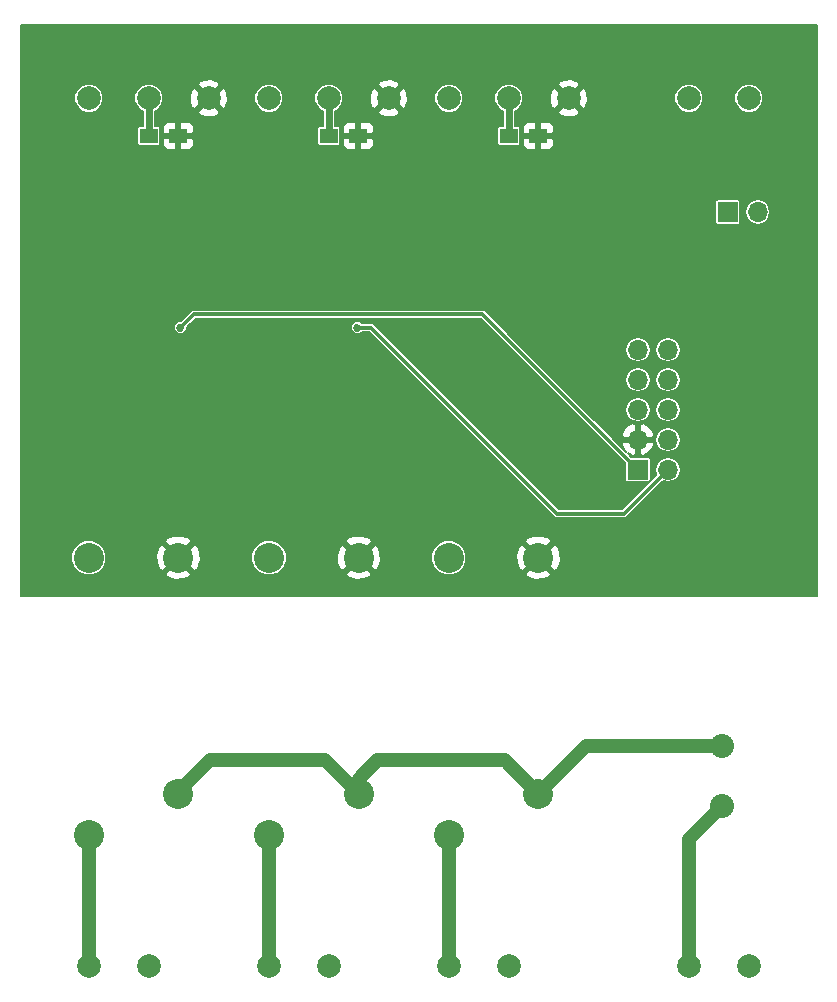
<source format=gbr>
G04 #@! TF.FileFunction,Copper,L2,Bot,Signal*
%FSLAX46Y46*%
G04 Gerber Fmt 4.6, Leading zero omitted, Abs format (unit mm)*
G04 Created by KiCad (PCBNEW 4.0.0-rc1-stable) date 05/10/2017 19:38:19*
%MOMM*%
G01*
G04 APERTURE LIST*
%ADD10C,0.100000*%
%ADD11C,2.540000*%
%ADD12C,2.032000*%
%ADD13C,2.000000*%
%ADD14R,1.700000X1.700000*%
%ADD15O,1.700000X1.700000*%
%ADD16R,1.500000X1.250000*%
%ADD17C,0.685800*%
%ADD18C,0.304800*%
%ADD19C,1.219200*%
%ADD20C,0.609600*%
%ADD21C,0.152400*%
G04 APERTURE END LIST*
D10*
D11*
X51800000Y-105200000D03*
X59400000Y-105200000D03*
X59400000Y-125200000D03*
X51800000Y-128700000D03*
X67060000Y-105200000D03*
X74660000Y-105200000D03*
X74660000Y-125200000D03*
X67060000Y-128700000D03*
X82280000Y-105200000D03*
X89880000Y-105200000D03*
X89880000Y-125200000D03*
X82280000Y-128700000D03*
D12*
X105390000Y-126260000D03*
X105400160Y-121180000D03*
D13*
X61970000Y-66300000D03*
X56890000Y-66300000D03*
X51810000Y-66300000D03*
X77210000Y-66300000D03*
X72130000Y-66300000D03*
X67050000Y-66300000D03*
X92450000Y-66300000D03*
X87370000Y-66300000D03*
X82290000Y-66300000D03*
X107690000Y-66300000D03*
X102610000Y-66300000D03*
X51810000Y-139800000D03*
X56890000Y-139800000D03*
X67050000Y-139800000D03*
X72130000Y-139800000D03*
X82290000Y-139800000D03*
X87370000Y-139800000D03*
X102610000Y-139800000D03*
X107690000Y-139800000D03*
D14*
X105900000Y-75950000D03*
D15*
X108440000Y-75950000D03*
D16*
X59390600Y-69494400D03*
X56890600Y-69494400D03*
X89870600Y-69494400D03*
X87370600Y-69494400D03*
X74630600Y-69494400D03*
X72130600Y-69494400D03*
D14*
X98298000Y-97750000D03*
D15*
X100838000Y-97750000D03*
X98298000Y-95210000D03*
X100838000Y-95210000D03*
X98298000Y-92670000D03*
X100838000Y-92670000D03*
X98298000Y-90130000D03*
X100838000Y-90130000D03*
X98298000Y-87590000D03*
X100838000Y-87590000D03*
D17*
X59563000Y-85725000D03*
X74549000Y-85725000D03*
D18*
X59563000Y-85725000D02*
X60706000Y-84582000D01*
X60706000Y-84582000D02*
X85130000Y-84582000D01*
X85130000Y-84582000D02*
X98298000Y-97750000D01*
X74549000Y-85725000D02*
X75692000Y-85725000D01*
X75692000Y-85725000D02*
X91440000Y-101473000D01*
X91440000Y-101473000D02*
X97115000Y-101473000D01*
X97115000Y-101473000D02*
X100838000Y-97750000D01*
D19*
X105390000Y-126260000D02*
X102610000Y-129040000D01*
X102610000Y-129040000D02*
X102610000Y-139800000D01*
X51800000Y-128700000D02*
X51800000Y-139790000D01*
X51800000Y-139790000D02*
X51810000Y-139800000D01*
X67060000Y-128700000D02*
X67060000Y-139790000D01*
X67060000Y-139790000D02*
X67050000Y-139800000D01*
X66950000Y-139750000D02*
X67250000Y-140050000D01*
X82280000Y-128700000D02*
X82280000Y-139790000D01*
X82280000Y-139790000D02*
X82290000Y-139800000D01*
X81950000Y-139750000D02*
X82250000Y-140050000D01*
D20*
X87370000Y-66300000D02*
X87370600Y-66300600D01*
X87370600Y-66300600D02*
X87370600Y-69494400D01*
X72130000Y-66300000D02*
X72130600Y-66300600D01*
X72130600Y-66300600D02*
X72130600Y-69494400D01*
X56890000Y-66300000D02*
X56890600Y-66300600D01*
X56890600Y-66300600D02*
X56890600Y-69494400D01*
D19*
X87370000Y-66300000D02*
X87320000Y-66350000D01*
X72130000Y-66300000D02*
X72090000Y-66340000D01*
X56890000Y-66300000D02*
X56840000Y-66350000D01*
X89880000Y-125200000D02*
X93900000Y-121180000D01*
X93900000Y-121180000D02*
X105400160Y-121180000D01*
X74660000Y-125200000D02*
X74660000Y-123900000D01*
X87010000Y-122330000D02*
X89880000Y-125200000D01*
X76230000Y-122330000D02*
X87010000Y-122330000D01*
X74660000Y-123900000D02*
X76230000Y-122330000D01*
X59400000Y-125200000D02*
X59400000Y-125030000D01*
X59400000Y-125030000D02*
X62100000Y-122330000D01*
X62100000Y-122330000D02*
X71790000Y-122330000D01*
X71790000Y-122330000D02*
X74660000Y-125200000D01*
D21*
G36*
X113446400Y-108423800D02*
X46053600Y-108423800D01*
X46053600Y-105496782D01*
X50301141Y-105496782D01*
X50528808Y-106047780D01*
X50950003Y-106469710D01*
X51500602Y-106698339D01*
X52096782Y-106698859D01*
X52450197Y-106552831D01*
X58298616Y-106552831D01*
X58437545Y-106827198D01*
X59133509Y-107071650D01*
X59870044Y-107031161D01*
X60362455Y-106827198D01*
X60501384Y-106552831D01*
X59400000Y-105451447D01*
X58298616Y-106552831D01*
X52450197Y-106552831D01*
X52647780Y-106471192D01*
X53069710Y-106049997D01*
X53298339Y-105499398D01*
X53298832Y-104933509D01*
X57528350Y-104933509D01*
X57568839Y-105670044D01*
X57772802Y-106162455D01*
X58047169Y-106301384D01*
X59148553Y-105200000D01*
X59651447Y-105200000D01*
X60752831Y-106301384D01*
X61027198Y-106162455D01*
X61261010Y-105496782D01*
X65561141Y-105496782D01*
X65788808Y-106047780D01*
X66210003Y-106469710D01*
X66760602Y-106698339D01*
X67356782Y-106698859D01*
X67710197Y-106552831D01*
X73558616Y-106552831D01*
X73697545Y-106827198D01*
X74393509Y-107071650D01*
X75130044Y-107031161D01*
X75622455Y-106827198D01*
X75761384Y-106552831D01*
X74660000Y-105451447D01*
X73558616Y-106552831D01*
X67710197Y-106552831D01*
X67907780Y-106471192D01*
X68329710Y-106049997D01*
X68558339Y-105499398D01*
X68558832Y-104933509D01*
X72788350Y-104933509D01*
X72828839Y-105670044D01*
X73032802Y-106162455D01*
X73307169Y-106301384D01*
X74408553Y-105200000D01*
X74911447Y-105200000D01*
X76012831Y-106301384D01*
X76287198Y-106162455D01*
X76521010Y-105496782D01*
X80781141Y-105496782D01*
X81008808Y-106047780D01*
X81430003Y-106469710D01*
X81980602Y-106698339D01*
X82576782Y-106698859D01*
X82930197Y-106552831D01*
X88778616Y-106552831D01*
X88917545Y-106827198D01*
X89613509Y-107071650D01*
X90350044Y-107031161D01*
X90842455Y-106827198D01*
X90981384Y-106552831D01*
X89880000Y-105451447D01*
X88778616Y-106552831D01*
X82930197Y-106552831D01*
X83127780Y-106471192D01*
X83549710Y-106049997D01*
X83778339Y-105499398D01*
X83778832Y-104933509D01*
X88008350Y-104933509D01*
X88048839Y-105670044D01*
X88252802Y-106162455D01*
X88527169Y-106301384D01*
X89628553Y-105200000D01*
X90131447Y-105200000D01*
X91232831Y-106301384D01*
X91507198Y-106162455D01*
X91751650Y-105466491D01*
X91711161Y-104729956D01*
X91507198Y-104237545D01*
X91232831Y-104098616D01*
X90131447Y-105200000D01*
X89628553Y-105200000D01*
X88527169Y-104098616D01*
X88252802Y-104237545D01*
X88008350Y-104933509D01*
X83778832Y-104933509D01*
X83778859Y-104903218D01*
X83551192Y-104352220D01*
X83129997Y-103930290D01*
X82929820Y-103847169D01*
X88778616Y-103847169D01*
X89880000Y-104948553D01*
X90981384Y-103847169D01*
X90842455Y-103572802D01*
X90146491Y-103328350D01*
X89409956Y-103368839D01*
X88917545Y-103572802D01*
X88778616Y-103847169D01*
X82929820Y-103847169D01*
X82579398Y-103701661D01*
X81983218Y-103701141D01*
X81432220Y-103928808D01*
X81010290Y-104350003D01*
X80781661Y-104900602D01*
X80781141Y-105496782D01*
X76521010Y-105496782D01*
X76531650Y-105466491D01*
X76491161Y-104729956D01*
X76287198Y-104237545D01*
X76012831Y-104098616D01*
X74911447Y-105200000D01*
X74408553Y-105200000D01*
X73307169Y-104098616D01*
X73032802Y-104237545D01*
X72788350Y-104933509D01*
X68558832Y-104933509D01*
X68558859Y-104903218D01*
X68331192Y-104352220D01*
X67909997Y-103930290D01*
X67709820Y-103847169D01*
X73558616Y-103847169D01*
X74660000Y-104948553D01*
X75761384Y-103847169D01*
X75622455Y-103572802D01*
X74926491Y-103328350D01*
X74189956Y-103368839D01*
X73697545Y-103572802D01*
X73558616Y-103847169D01*
X67709820Y-103847169D01*
X67359398Y-103701661D01*
X66763218Y-103701141D01*
X66212220Y-103928808D01*
X65790290Y-104350003D01*
X65561661Y-104900602D01*
X65561141Y-105496782D01*
X61261010Y-105496782D01*
X61271650Y-105466491D01*
X61231161Y-104729956D01*
X61027198Y-104237545D01*
X60752831Y-104098616D01*
X59651447Y-105200000D01*
X59148553Y-105200000D01*
X58047169Y-104098616D01*
X57772802Y-104237545D01*
X57528350Y-104933509D01*
X53298832Y-104933509D01*
X53298859Y-104903218D01*
X53071192Y-104352220D01*
X52649997Y-103930290D01*
X52449820Y-103847169D01*
X58298616Y-103847169D01*
X59400000Y-104948553D01*
X60501384Y-103847169D01*
X60362455Y-103572802D01*
X59666491Y-103328350D01*
X58929956Y-103368839D01*
X58437545Y-103572802D01*
X58298616Y-103847169D01*
X52449820Y-103847169D01*
X52099398Y-103701661D01*
X51503218Y-103701141D01*
X50952220Y-103928808D01*
X50530290Y-104350003D01*
X50301661Y-104900602D01*
X50301141Y-105496782D01*
X46053600Y-105496782D01*
X46053600Y-85838180D01*
X58991401Y-85838180D01*
X59078224Y-86048306D01*
X59238849Y-86209211D01*
X59448823Y-86296400D01*
X59676180Y-86296599D01*
X59886306Y-86209776D01*
X60047211Y-86049151D01*
X60134400Y-85839177D01*
X60134529Y-85692287D01*
X60863816Y-84963000D01*
X84972184Y-84963000D01*
X97214922Y-97205738D01*
X97214922Y-98600000D01*
X97230862Y-98684714D01*
X97280928Y-98762518D01*
X97357320Y-98814715D01*
X97448000Y-98833078D01*
X99148000Y-98833078D01*
X99231891Y-98817293D01*
X96957184Y-101092000D01*
X91597816Y-101092000D01*
X75961408Y-85455592D01*
X75837803Y-85373002D01*
X75692000Y-85344000D01*
X74976182Y-85344000D01*
X74873151Y-85240789D01*
X74663177Y-85153600D01*
X74435820Y-85153401D01*
X74225694Y-85240224D01*
X74064789Y-85400849D01*
X73977600Y-85610823D01*
X73977401Y-85838180D01*
X74064224Y-86048306D01*
X74224849Y-86209211D01*
X74434823Y-86296400D01*
X74662180Y-86296599D01*
X74872306Y-86209776D01*
X74976263Y-86106000D01*
X75534184Y-86106000D01*
X91170592Y-101742408D01*
X91294197Y-101824998D01*
X91440000Y-101854000D01*
X97115000Y-101854000D01*
X97260803Y-101824998D01*
X97384408Y-101742408D01*
X100389848Y-98736968D01*
X100404107Y-98746496D01*
X100816869Y-98828600D01*
X100859131Y-98828600D01*
X101271893Y-98746496D01*
X101621816Y-98512685D01*
X101855627Y-98162762D01*
X101937731Y-97750000D01*
X101855627Y-97337238D01*
X101621816Y-96987315D01*
X101271893Y-96753504D01*
X100859131Y-96671400D01*
X100816869Y-96671400D01*
X100404107Y-96753504D01*
X100054184Y-96987315D01*
X99820373Y-97337238D01*
X99738269Y-97750000D01*
X99820373Y-98162762D01*
X99846829Y-98202355D01*
X99363784Y-98685400D01*
X99381078Y-98600000D01*
X99381078Y-96900000D01*
X99365138Y-96815286D01*
X99315072Y-96737482D01*
X99238680Y-96685285D01*
X99148000Y-96666922D01*
X97753738Y-96666922D01*
X97432965Y-96346149D01*
X97899759Y-96587815D01*
X98120200Y-96487100D01*
X98120200Y-95387800D01*
X98475800Y-95387800D01*
X98475800Y-96487100D01*
X98696241Y-96587815D01*
X99193194Y-96330535D01*
X99553862Y-95902663D01*
X99675801Y-95608239D01*
X99573820Y-95387800D01*
X98475800Y-95387800D01*
X98120200Y-95387800D01*
X97022180Y-95387800D01*
X96920199Y-95608239D01*
X97042138Y-95902663D01*
X97324746Y-96237930D01*
X96296816Y-95210000D01*
X99738269Y-95210000D01*
X99820373Y-95622762D01*
X100054184Y-95972685D01*
X100404107Y-96206496D01*
X100816869Y-96288600D01*
X100859131Y-96288600D01*
X101271893Y-96206496D01*
X101621816Y-95972685D01*
X101855627Y-95622762D01*
X101937731Y-95210000D01*
X101855627Y-94797238D01*
X101621816Y-94447315D01*
X101271893Y-94213504D01*
X100859131Y-94131400D01*
X100816869Y-94131400D01*
X100404107Y-94213504D01*
X100054184Y-94447315D01*
X99820373Y-94797238D01*
X99738269Y-95210000D01*
X96296816Y-95210000D01*
X95898577Y-94811761D01*
X96920199Y-94811761D01*
X97022180Y-95032200D01*
X98120200Y-95032200D01*
X98120200Y-93932900D01*
X98475800Y-93932900D01*
X98475800Y-95032200D01*
X99573820Y-95032200D01*
X99675801Y-94811761D01*
X99553862Y-94517337D01*
X99193194Y-94089465D01*
X98696241Y-93832185D01*
X98475800Y-93932900D01*
X98120200Y-93932900D01*
X97899759Y-93832185D01*
X97402806Y-94089465D01*
X97042138Y-94517337D01*
X96920199Y-94811761D01*
X95898577Y-94811761D01*
X93756816Y-92670000D01*
X97198269Y-92670000D01*
X97280373Y-93082762D01*
X97514184Y-93432685D01*
X97864107Y-93666496D01*
X98276869Y-93748600D01*
X98319131Y-93748600D01*
X98731893Y-93666496D01*
X99081816Y-93432685D01*
X99315627Y-93082762D01*
X99397731Y-92670000D01*
X99738269Y-92670000D01*
X99820373Y-93082762D01*
X100054184Y-93432685D01*
X100404107Y-93666496D01*
X100816869Y-93748600D01*
X100859131Y-93748600D01*
X101271893Y-93666496D01*
X101621816Y-93432685D01*
X101855627Y-93082762D01*
X101937731Y-92670000D01*
X101855627Y-92257238D01*
X101621816Y-91907315D01*
X101271893Y-91673504D01*
X100859131Y-91591400D01*
X100816869Y-91591400D01*
X100404107Y-91673504D01*
X100054184Y-91907315D01*
X99820373Y-92257238D01*
X99738269Y-92670000D01*
X99397731Y-92670000D01*
X99315627Y-92257238D01*
X99081816Y-91907315D01*
X98731893Y-91673504D01*
X98319131Y-91591400D01*
X98276869Y-91591400D01*
X97864107Y-91673504D01*
X97514184Y-91907315D01*
X97280373Y-92257238D01*
X97198269Y-92670000D01*
X93756816Y-92670000D01*
X91216816Y-90130000D01*
X97198269Y-90130000D01*
X97280373Y-90542762D01*
X97514184Y-90892685D01*
X97864107Y-91126496D01*
X98276869Y-91208600D01*
X98319131Y-91208600D01*
X98731893Y-91126496D01*
X99081816Y-90892685D01*
X99315627Y-90542762D01*
X99397731Y-90130000D01*
X99738269Y-90130000D01*
X99820373Y-90542762D01*
X100054184Y-90892685D01*
X100404107Y-91126496D01*
X100816869Y-91208600D01*
X100859131Y-91208600D01*
X101271893Y-91126496D01*
X101621816Y-90892685D01*
X101855627Y-90542762D01*
X101937731Y-90130000D01*
X101855627Y-89717238D01*
X101621816Y-89367315D01*
X101271893Y-89133504D01*
X100859131Y-89051400D01*
X100816869Y-89051400D01*
X100404107Y-89133504D01*
X100054184Y-89367315D01*
X99820373Y-89717238D01*
X99738269Y-90130000D01*
X99397731Y-90130000D01*
X99315627Y-89717238D01*
X99081816Y-89367315D01*
X98731893Y-89133504D01*
X98319131Y-89051400D01*
X98276869Y-89051400D01*
X97864107Y-89133504D01*
X97514184Y-89367315D01*
X97280373Y-89717238D01*
X97198269Y-90130000D01*
X91216816Y-90130000D01*
X88676816Y-87590000D01*
X97198269Y-87590000D01*
X97280373Y-88002762D01*
X97514184Y-88352685D01*
X97864107Y-88586496D01*
X98276869Y-88668600D01*
X98319131Y-88668600D01*
X98731893Y-88586496D01*
X99081816Y-88352685D01*
X99315627Y-88002762D01*
X99397731Y-87590000D01*
X99738269Y-87590000D01*
X99820373Y-88002762D01*
X100054184Y-88352685D01*
X100404107Y-88586496D01*
X100816869Y-88668600D01*
X100859131Y-88668600D01*
X101271893Y-88586496D01*
X101621816Y-88352685D01*
X101855627Y-88002762D01*
X101937731Y-87590000D01*
X101855627Y-87177238D01*
X101621816Y-86827315D01*
X101271893Y-86593504D01*
X100859131Y-86511400D01*
X100816869Y-86511400D01*
X100404107Y-86593504D01*
X100054184Y-86827315D01*
X99820373Y-87177238D01*
X99738269Y-87590000D01*
X99397731Y-87590000D01*
X99315627Y-87177238D01*
X99081816Y-86827315D01*
X98731893Y-86593504D01*
X98319131Y-86511400D01*
X98276869Y-86511400D01*
X97864107Y-86593504D01*
X97514184Y-86827315D01*
X97280373Y-87177238D01*
X97198269Y-87590000D01*
X88676816Y-87590000D01*
X85399408Y-84312592D01*
X85275803Y-84230002D01*
X85130000Y-84201000D01*
X60706000Y-84201000D01*
X60560197Y-84230002D01*
X60436592Y-84312592D01*
X59595655Y-85153529D01*
X59449820Y-85153401D01*
X59239694Y-85240224D01*
X59078789Y-85400849D01*
X58991600Y-85610823D01*
X58991401Y-85838180D01*
X46053600Y-85838180D01*
X46053600Y-75100000D01*
X104816922Y-75100000D01*
X104816922Y-76800000D01*
X104832862Y-76884714D01*
X104882928Y-76962518D01*
X104959320Y-77014715D01*
X105050000Y-77033078D01*
X106750000Y-77033078D01*
X106834714Y-77017138D01*
X106912518Y-76967072D01*
X106964715Y-76890680D01*
X106983078Y-76800000D01*
X106983078Y-75928869D01*
X107361400Y-75928869D01*
X107361400Y-75971131D01*
X107443504Y-76383893D01*
X107677315Y-76733816D01*
X108027238Y-76967627D01*
X108440000Y-77049731D01*
X108852762Y-76967627D01*
X109202685Y-76733816D01*
X109436496Y-76383893D01*
X109518600Y-75971131D01*
X109518600Y-75928869D01*
X109436496Y-75516107D01*
X109202685Y-75166184D01*
X108852762Y-74932373D01*
X108440000Y-74850269D01*
X108027238Y-74932373D01*
X107677315Y-75166184D01*
X107443504Y-75516107D01*
X107361400Y-75928869D01*
X106983078Y-75928869D01*
X106983078Y-75100000D01*
X106967138Y-75015286D01*
X106917072Y-74937482D01*
X106840680Y-74885285D01*
X106750000Y-74866922D01*
X105050000Y-74866922D01*
X104965286Y-74882862D01*
X104887482Y-74932928D01*
X104835285Y-75009320D01*
X104816922Y-75100000D01*
X46053600Y-75100000D01*
X46053600Y-66543312D01*
X50581187Y-66543312D01*
X50767836Y-66995037D01*
X51113145Y-67340949D01*
X51564544Y-67528387D01*
X52053312Y-67528813D01*
X52505037Y-67342164D01*
X52850949Y-66996855D01*
X53038387Y-66545456D01*
X53038388Y-66543312D01*
X55661187Y-66543312D01*
X55847836Y-66995037D01*
X56193145Y-67340949D01*
X56357200Y-67409071D01*
X56357200Y-68636322D01*
X56140600Y-68636322D01*
X56055886Y-68652262D01*
X55978082Y-68702328D01*
X55925885Y-68778720D01*
X55907522Y-68869400D01*
X55907522Y-70119400D01*
X55923462Y-70204114D01*
X55973528Y-70281918D01*
X56049920Y-70334115D01*
X56140600Y-70352478D01*
X57640600Y-70352478D01*
X57725314Y-70336538D01*
X57803118Y-70286472D01*
X57855315Y-70210080D01*
X57873678Y-70119400D01*
X57873678Y-69818250D01*
X58056400Y-69818250D01*
X58056400Y-70235604D01*
X58145339Y-70450322D01*
X58309677Y-70614661D01*
X58524395Y-70703600D01*
X59066750Y-70703600D01*
X59212800Y-70557550D01*
X59212800Y-69672200D01*
X59568400Y-69672200D01*
X59568400Y-70557550D01*
X59714450Y-70703600D01*
X60256805Y-70703600D01*
X60471523Y-70614661D01*
X60635861Y-70450322D01*
X60724800Y-70235604D01*
X60724800Y-69818250D01*
X60578750Y-69672200D01*
X59568400Y-69672200D01*
X59212800Y-69672200D01*
X58202450Y-69672200D01*
X58056400Y-69818250D01*
X57873678Y-69818250D01*
X57873678Y-68869400D01*
X57857738Y-68784686D01*
X57837475Y-68753196D01*
X58056400Y-68753196D01*
X58056400Y-69170550D01*
X58202450Y-69316600D01*
X59212800Y-69316600D01*
X59212800Y-68431250D01*
X59568400Y-68431250D01*
X59568400Y-69316600D01*
X60578750Y-69316600D01*
X60724800Y-69170550D01*
X60724800Y-68753196D01*
X60635861Y-68538478D01*
X60471523Y-68374139D01*
X60256805Y-68285200D01*
X59714450Y-68285200D01*
X59568400Y-68431250D01*
X59212800Y-68431250D01*
X59066750Y-68285200D01*
X58524395Y-68285200D01*
X58309677Y-68374139D01*
X58145339Y-68538478D01*
X58056400Y-68753196D01*
X57837475Y-68753196D01*
X57807672Y-68706882D01*
X57731280Y-68654685D01*
X57640600Y-68636322D01*
X57424000Y-68636322D01*
X57424000Y-67456960D01*
X61064488Y-67456960D01*
X61170201Y-67703321D01*
X61768109Y-67902569D01*
X62396753Y-67857841D01*
X62769799Y-67703321D01*
X62875512Y-67456960D01*
X61970000Y-66551447D01*
X61064488Y-67456960D01*
X57424000Y-67456960D01*
X57424000Y-67408703D01*
X57585037Y-67342164D01*
X57930949Y-66996855D01*
X58118387Y-66545456D01*
X58118776Y-66098109D01*
X60367431Y-66098109D01*
X60412159Y-66726753D01*
X60566679Y-67099799D01*
X60813040Y-67205512D01*
X61718553Y-66300000D01*
X62221447Y-66300000D01*
X63126960Y-67205512D01*
X63373321Y-67099799D01*
X63558765Y-66543312D01*
X65821187Y-66543312D01*
X66007836Y-66995037D01*
X66353145Y-67340949D01*
X66804544Y-67528387D01*
X67293312Y-67528813D01*
X67745037Y-67342164D01*
X68090949Y-66996855D01*
X68278387Y-66545456D01*
X68278388Y-66543312D01*
X70901187Y-66543312D01*
X71087836Y-66995037D01*
X71433145Y-67340949D01*
X71597200Y-67409071D01*
X71597200Y-68636322D01*
X71380600Y-68636322D01*
X71295886Y-68652262D01*
X71218082Y-68702328D01*
X71165885Y-68778720D01*
X71147522Y-68869400D01*
X71147522Y-70119400D01*
X71163462Y-70204114D01*
X71213528Y-70281918D01*
X71289920Y-70334115D01*
X71380600Y-70352478D01*
X72880600Y-70352478D01*
X72965314Y-70336538D01*
X73043118Y-70286472D01*
X73095315Y-70210080D01*
X73113678Y-70119400D01*
X73113678Y-69818250D01*
X73296400Y-69818250D01*
X73296400Y-70235604D01*
X73385339Y-70450322D01*
X73549677Y-70614661D01*
X73764395Y-70703600D01*
X74306750Y-70703600D01*
X74452800Y-70557550D01*
X74452800Y-69672200D01*
X74808400Y-69672200D01*
X74808400Y-70557550D01*
X74954450Y-70703600D01*
X75496805Y-70703600D01*
X75711523Y-70614661D01*
X75875861Y-70450322D01*
X75964800Y-70235604D01*
X75964800Y-69818250D01*
X75818750Y-69672200D01*
X74808400Y-69672200D01*
X74452800Y-69672200D01*
X73442450Y-69672200D01*
X73296400Y-69818250D01*
X73113678Y-69818250D01*
X73113678Y-68869400D01*
X73097738Y-68784686D01*
X73077475Y-68753196D01*
X73296400Y-68753196D01*
X73296400Y-69170550D01*
X73442450Y-69316600D01*
X74452800Y-69316600D01*
X74452800Y-68431250D01*
X74808400Y-68431250D01*
X74808400Y-69316600D01*
X75818750Y-69316600D01*
X75964800Y-69170550D01*
X75964800Y-68753196D01*
X75875861Y-68538478D01*
X75711523Y-68374139D01*
X75496805Y-68285200D01*
X74954450Y-68285200D01*
X74808400Y-68431250D01*
X74452800Y-68431250D01*
X74306750Y-68285200D01*
X73764395Y-68285200D01*
X73549677Y-68374139D01*
X73385339Y-68538478D01*
X73296400Y-68753196D01*
X73077475Y-68753196D01*
X73047672Y-68706882D01*
X72971280Y-68654685D01*
X72880600Y-68636322D01*
X72664000Y-68636322D01*
X72664000Y-67456960D01*
X76304488Y-67456960D01*
X76410201Y-67703321D01*
X77008109Y-67902569D01*
X77636753Y-67857841D01*
X78009799Y-67703321D01*
X78115512Y-67456960D01*
X77210000Y-66551447D01*
X76304488Y-67456960D01*
X72664000Y-67456960D01*
X72664000Y-67408703D01*
X72825037Y-67342164D01*
X73170949Y-66996855D01*
X73358387Y-66545456D01*
X73358776Y-66098109D01*
X75607431Y-66098109D01*
X75652159Y-66726753D01*
X75806679Y-67099799D01*
X76053040Y-67205512D01*
X76958553Y-66300000D01*
X77461447Y-66300000D01*
X78366960Y-67205512D01*
X78613321Y-67099799D01*
X78798765Y-66543312D01*
X81061187Y-66543312D01*
X81247836Y-66995037D01*
X81593145Y-67340949D01*
X82044544Y-67528387D01*
X82533312Y-67528813D01*
X82985037Y-67342164D01*
X83330949Y-66996855D01*
X83518387Y-66545456D01*
X83518388Y-66543312D01*
X86141187Y-66543312D01*
X86327836Y-66995037D01*
X86673145Y-67340949D01*
X86837200Y-67409071D01*
X86837200Y-68636322D01*
X86620600Y-68636322D01*
X86535886Y-68652262D01*
X86458082Y-68702328D01*
X86405885Y-68778720D01*
X86387522Y-68869400D01*
X86387522Y-70119400D01*
X86403462Y-70204114D01*
X86453528Y-70281918D01*
X86529920Y-70334115D01*
X86620600Y-70352478D01*
X88120600Y-70352478D01*
X88205314Y-70336538D01*
X88283118Y-70286472D01*
X88335315Y-70210080D01*
X88353678Y-70119400D01*
X88353678Y-69818250D01*
X88536400Y-69818250D01*
X88536400Y-70235604D01*
X88625339Y-70450322D01*
X88789677Y-70614661D01*
X89004395Y-70703600D01*
X89546750Y-70703600D01*
X89692800Y-70557550D01*
X89692800Y-69672200D01*
X90048400Y-69672200D01*
X90048400Y-70557550D01*
X90194450Y-70703600D01*
X90736805Y-70703600D01*
X90951523Y-70614661D01*
X91115861Y-70450322D01*
X91204800Y-70235604D01*
X91204800Y-69818250D01*
X91058750Y-69672200D01*
X90048400Y-69672200D01*
X89692800Y-69672200D01*
X88682450Y-69672200D01*
X88536400Y-69818250D01*
X88353678Y-69818250D01*
X88353678Y-68869400D01*
X88337738Y-68784686D01*
X88317475Y-68753196D01*
X88536400Y-68753196D01*
X88536400Y-69170550D01*
X88682450Y-69316600D01*
X89692800Y-69316600D01*
X89692800Y-68431250D01*
X90048400Y-68431250D01*
X90048400Y-69316600D01*
X91058750Y-69316600D01*
X91204800Y-69170550D01*
X91204800Y-68753196D01*
X91115861Y-68538478D01*
X90951523Y-68374139D01*
X90736805Y-68285200D01*
X90194450Y-68285200D01*
X90048400Y-68431250D01*
X89692800Y-68431250D01*
X89546750Y-68285200D01*
X89004395Y-68285200D01*
X88789677Y-68374139D01*
X88625339Y-68538478D01*
X88536400Y-68753196D01*
X88317475Y-68753196D01*
X88287672Y-68706882D01*
X88211280Y-68654685D01*
X88120600Y-68636322D01*
X87904000Y-68636322D01*
X87904000Y-67456960D01*
X91544488Y-67456960D01*
X91650201Y-67703321D01*
X92248109Y-67902569D01*
X92876753Y-67857841D01*
X93249799Y-67703321D01*
X93355512Y-67456960D01*
X92450000Y-66551447D01*
X91544488Y-67456960D01*
X87904000Y-67456960D01*
X87904000Y-67408703D01*
X88065037Y-67342164D01*
X88410949Y-66996855D01*
X88598387Y-66545456D01*
X88598776Y-66098109D01*
X90847431Y-66098109D01*
X90892159Y-66726753D01*
X91046679Y-67099799D01*
X91293040Y-67205512D01*
X92198553Y-66300000D01*
X92701447Y-66300000D01*
X93606960Y-67205512D01*
X93853321Y-67099799D01*
X94038765Y-66543312D01*
X101381187Y-66543312D01*
X101567836Y-66995037D01*
X101913145Y-67340949D01*
X102364544Y-67528387D01*
X102853312Y-67528813D01*
X103305037Y-67342164D01*
X103650949Y-66996855D01*
X103838387Y-66545456D01*
X103838388Y-66543312D01*
X106461187Y-66543312D01*
X106647836Y-66995037D01*
X106993145Y-67340949D01*
X107444544Y-67528387D01*
X107933312Y-67528813D01*
X108385037Y-67342164D01*
X108730949Y-66996855D01*
X108918387Y-66545456D01*
X108918813Y-66056688D01*
X108732164Y-65604963D01*
X108386855Y-65259051D01*
X107935456Y-65071613D01*
X107446688Y-65071187D01*
X106994963Y-65257836D01*
X106649051Y-65603145D01*
X106461613Y-66054544D01*
X106461187Y-66543312D01*
X103838388Y-66543312D01*
X103838813Y-66056688D01*
X103652164Y-65604963D01*
X103306855Y-65259051D01*
X102855456Y-65071613D01*
X102366688Y-65071187D01*
X101914963Y-65257836D01*
X101569051Y-65603145D01*
X101381613Y-66054544D01*
X101381187Y-66543312D01*
X94038765Y-66543312D01*
X94052569Y-66501891D01*
X94007841Y-65873247D01*
X93853321Y-65500201D01*
X93606960Y-65394488D01*
X92701447Y-66300000D01*
X92198553Y-66300000D01*
X91293040Y-65394488D01*
X91046679Y-65500201D01*
X90847431Y-66098109D01*
X88598776Y-66098109D01*
X88598813Y-66056688D01*
X88412164Y-65604963D01*
X88066855Y-65259051D01*
X87787471Y-65143040D01*
X91544488Y-65143040D01*
X92450000Y-66048553D01*
X93355512Y-65143040D01*
X93249799Y-64896679D01*
X92651891Y-64697431D01*
X92023247Y-64742159D01*
X91650201Y-64896679D01*
X91544488Y-65143040D01*
X87787471Y-65143040D01*
X87615456Y-65071613D01*
X87126688Y-65071187D01*
X86674963Y-65257836D01*
X86329051Y-65603145D01*
X86141613Y-66054544D01*
X86141187Y-66543312D01*
X83518388Y-66543312D01*
X83518813Y-66056688D01*
X83332164Y-65604963D01*
X82986855Y-65259051D01*
X82535456Y-65071613D01*
X82046688Y-65071187D01*
X81594963Y-65257836D01*
X81249051Y-65603145D01*
X81061613Y-66054544D01*
X81061187Y-66543312D01*
X78798765Y-66543312D01*
X78812569Y-66501891D01*
X78767841Y-65873247D01*
X78613321Y-65500201D01*
X78366960Y-65394488D01*
X77461447Y-66300000D01*
X76958553Y-66300000D01*
X76053040Y-65394488D01*
X75806679Y-65500201D01*
X75607431Y-66098109D01*
X73358776Y-66098109D01*
X73358813Y-66056688D01*
X73172164Y-65604963D01*
X72826855Y-65259051D01*
X72547471Y-65143040D01*
X76304488Y-65143040D01*
X77210000Y-66048553D01*
X78115512Y-65143040D01*
X78009799Y-64896679D01*
X77411891Y-64697431D01*
X76783247Y-64742159D01*
X76410201Y-64896679D01*
X76304488Y-65143040D01*
X72547471Y-65143040D01*
X72375456Y-65071613D01*
X71886688Y-65071187D01*
X71434963Y-65257836D01*
X71089051Y-65603145D01*
X70901613Y-66054544D01*
X70901187Y-66543312D01*
X68278388Y-66543312D01*
X68278813Y-66056688D01*
X68092164Y-65604963D01*
X67746855Y-65259051D01*
X67295456Y-65071613D01*
X66806688Y-65071187D01*
X66354963Y-65257836D01*
X66009051Y-65603145D01*
X65821613Y-66054544D01*
X65821187Y-66543312D01*
X63558765Y-66543312D01*
X63572569Y-66501891D01*
X63527841Y-65873247D01*
X63373321Y-65500201D01*
X63126960Y-65394488D01*
X62221447Y-66300000D01*
X61718553Y-66300000D01*
X60813040Y-65394488D01*
X60566679Y-65500201D01*
X60367431Y-66098109D01*
X58118776Y-66098109D01*
X58118813Y-66056688D01*
X57932164Y-65604963D01*
X57586855Y-65259051D01*
X57307471Y-65143040D01*
X61064488Y-65143040D01*
X61970000Y-66048553D01*
X62875512Y-65143040D01*
X62769799Y-64896679D01*
X62171891Y-64697431D01*
X61543247Y-64742159D01*
X61170201Y-64896679D01*
X61064488Y-65143040D01*
X57307471Y-65143040D01*
X57135456Y-65071613D01*
X56646688Y-65071187D01*
X56194963Y-65257836D01*
X55849051Y-65603145D01*
X55661613Y-66054544D01*
X55661187Y-66543312D01*
X53038388Y-66543312D01*
X53038813Y-66056688D01*
X52852164Y-65604963D01*
X52506855Y-65259051D01*
X52055456Y-65071613D01*
X51566688Y-65071187D01*
X51114963Y-65257836D01*
X50769051Y-65603145D01*
X50581613Y-66054544D01*
X50581187Y-66543312D01*
X46053600Y-66543312D01*
X46053600Y-60103600D01*
X113446400Y-60103600D01*
X113446400Y-108423800D01*
X113446400Y-108423800D01*
G37*
X113446400Y-108423800D02*
X46053600Y-108423800D01*
X46053600Y-105496782D01*
X50301141Y-105496782D01*
X50528808Y-106047780D01*
X50950003Y-106469710D01*
X51500602Y-106698339D01*
X52096782Y-106698859D01*
X52450197Y-106552831D01*
X58298616Y-106552831D01*
X58437545Y-106827198D01*
X59133509Y-107071650D01*
X59870044Y-107031161D01*
X60362455Y-106827198D01*
X60501384Y-106552831D01*
X59400000Y-105451447D01*
X58298616Y-106552831D01*
X52450197Y-106552831D01*
X52647780Y-106471192D01*
X53069710Y-106049997D01*
X53298339Y-105499398D01*
X53298832Y-104933509D01*
X57528350Y-104933509D01*
X57568839Y-105670044D01*
X57772802Y-106162455D01*
X58047169Y-106301384D01*
X59148553Y-105200000D01*
X59651447Y-105200000D01*
X60752831Y-106301384D01*
X61027198Y-106162455D01*
X61261010Y-105496782D01*
X65561141Y-105496782D01*
X65788808Y-106047780D01*
X66210003Y-106469710D01*
X66760602Y-106698339D01*
X67356782Y-106698859D01*
X67710197Y-106552831D01*
X73558616Y-106552831D01*
X73697545Y-106827198D01*
X74393509Y-107071650D01*
X75130044Y-107031161D01*
X75622455Y-106827198D01*
X75761384Y-106552831D01*
X74660000Y-105451447D01*
X73558616Y-106552831D01*
X67710197Y-106552831D01*
X67907780Y-106471192D01*
X68329710Y-106049997D01*
X68558339Y-105499398D01*
X68558832Y-104933509D01*
X72788350Y-104933509D01*
X72828839Y-105670044D01*
X73032802Y-106162455D01*
X73307169Y-106301384D01*
X74408553Y-105200000D01*
X74911447Y-105200000D01*
X76012831Y-106301384D01*
X76287198Y-106162455D01*
X76521010Y-105496782D01*
X80781141Y-105496782D01*
X81008808Y-106047780D01*
X81430003Y-106469710D01*
X81980602Y-106698339D01*
X82576782Y-106698859D01*
X82930197Y-106552831D01*
X88778616Y-106552831D01*
X88917545Y-106827198D01*
X89613509Y-107071650D01*
X90350044Y-107031161D01*
X90842455Y-106827198D01*
X90981384Y-106552831D01*
X89880000Y-105451447D01*
X88778616Y-106552831D01*
X82930197Y-106552831D01*
X83127780Y-106471192D01*
X83549710Y-106049997D01*
X83778339Y-105499398D01*
X83778832Y-104933509D01*
X88008350Y-104933509D01*
X88048839Y-105670044D01*
X88252802Y-106162455D01*
X88527169Y-106301384D01*
X89628553Y-105200000D01*
X90131447Y-105200000D01*
X91232831Y-106301384D01*
X91507198Y-106162455D01*
X91751650Y-105466491D01*
X91711161Y-104729956D01*
X91507198Y-104237545D01*
X91232831Y-104098616D01*
X90131447Y-105200000D01*
X89628553Y-105200000D01*
X88527169Y-104098616D01*
X88252802Y-104237545D01*
X88008350Y-104933509D01*
X83778832Y-104933509D01*
X83778859Y-104903218D01*
X83551192Y-104352220D01*
X83129997Y-103930290D01*
X82929820Y-103847169D01*
X88778616Y-103847169D01*
X89880000Y-104948553D01*
X90981384Y-103847169D01*
X90842455Y-103572802D01*
X90146491Y-103328350D01*
X89409956Y-103368839D01*
X88917545Y-103572802D01*
X88778616Y-103847169D01*
X82929820Y-103847169D01*
X82579398Y-103701661D01*
X81983218Y-103701141D01*
X81432220Y-103928808D01*
X81010290Y-104350003D01*
X80781661Y-104900602D01*
X80781141Y-105496782D01*
X76521010Y-105496782D01*
X76531650Y-105466491D01*
X76491161Y-104729956D01*
X76287198Y-104237545D01*
X76012831Y-104098616D01*
X74911447Y-105200000D01*
X74408553Y-105200000D01*
X73307169Y-104098616D01*
X73032802Y-104237545D01*
X72788350Y-104933509D01*
X68558832Y-104933509D01*
X68558859Y-104903218D01*
X68331192Y-104352220D01*
X67909997Y-103930290D01*
X67709820Y-103847169D01*
X73558616Y-103847169D01*
X74660000Y-104948553D01*
X75761384Y-103847169D01*
X75622455Y-103572802D01*
X74926491Y-103328350D01*
X74189956Y-103368839D01*
X73697545Y-103572802D01*
X73558616Y-103847169D01*
X67709820Y-103847169D01*
X67359398Y-103701661D01*
X66763218Y-103701141D01*
X66212220Y-103928808D01*
X65790290Y-104350003D01*
X65561661Y-104900602D01*
X65561141Y-105496782D01*
X61261010Y-105496782D01*
X61271650Y-105466491D01*
X61231161Y-104729956D01*
X61027198Y-104237545D01*
X60752831Y-104098616D01*
X59651447Y-105200000D01*
X59148553Y-105200000D01*
X58047169Y-104098616D01*
X57772802Y-104237545D01*
X57528350Y-104933509D01*
X53298832Y-104933509D01*
X53298859Y-104903218D01*
X53071192Y-104352220D01*
X52649997Y-103930290D01*
X52449820Y-103847169D01*
X58298616Y-103847169D01*
X59400000Y-104948553D01*
X60501384Y-103847169D01*
X60362455Y-103572802D01*
X59666491Y-103328350D01*
X58929956Y-103368839D01*
X58437545Y-103572802D01*
X58298616Y-103847169D01*
X52449820Y-103847169D01*
X52099398Y-103701661D01*
X51503218Y-103701141D01*
X50952220Y-103928808D01*
X50530290Y-104350003D01*
X50301661Y-104900602D01*
X50301141Y-105496782D01*
X46053600Y-105496782D01*
X46053600Y-85838180D01*
X58991401Y-85838180D01*
X59078224Y-86048306D01*
X59238849Y-86209211D01*
X59448823Y-86296400D01*
X59676180Y-86296599D01*
X59886306Y-86209776D01*
X60047211Y-86049151D01*
X60134400Y-85839177D01*
X60134529Y-85692287D01*
X60863816Y-84963000D01*
X84972184Y-84963000D01*
X97214922Y-97205738D01*
X97214922Y-98600000D01*
X97230862Y-98684714D01*
X97280928Y-98762518D01*
X97357320Y-98814715D01*
X97448000Y-98833078D01*
X99148000Y-98833078D01*
X99231891Y-98817293D01*
X96957184Y-101092000D01*
X91597816Y-101092000D01*
X75961408Y-85455592D01*
X75837803Y-85373002D01*
X75692000Y-85344000D01*
X74976182Y-85344000D01*
X74873151Y-85240789D01*
X74663177Y-85153600D01*
X74435820Y-85153401D01*
X74225694Y-85240224D01*
X74064789Y-85400849D01*
X73977600Y-85610823D01*
X73977401Y-85838180D01*
X74064224Y-86048306D01*
X74224849Y-86209211D01*
X74434823Y-86296400D01*
X74662180Y-86296599D01*
X74872306Y-86209776D01*
X74976263Y-86106000D01*
X75534184Y-86106000D01*
X91170592Y-101742408D01*
X91294197Y-101824998D01*
X91440000Y-101854000D01*
X97115000Y-101854000D01*
X97260803Y-101824998D01*
X97384408Y-101742408D01*
X100389848Y-98736968D01*
X100404107Y-98746496D01*
X100816869Y-98828600D01*
X100859131Y-98828600D01*
X101271893Y-98746496D01*
X101621816Y-98512685D01*
X101855627Y-98162762D01*
X101937731Y-97750000D01*
X101855627Y-97337238D01*
X101621816Y-96987315D01*
X101271893Y-96753504D01*
X100859131Y-96671400D01*
X100816869Y-96671400D01*
X100404107Y-96753504D01*
X100054184Y-96987315D01*
X99820373Y-97337238D01*
X99738269Y-97750000D01*
X99820373Y-98162762D01*
X99846829Y-98202355D01*
X99363784Y-98685400D01*
X99381078Y-98600000D01*
X99381078Y-96900000D01*
X99365138Y-96815286D01*
X99315072Y-96737482D01*
X99238680Y-96685285D01*
X99148000Y-96666922D01*
X97753738Y-96666922D01*
X97432965Y-96346149D01*
X97899759Y-96587815D01*
X98120200Y-96487100D01*
X98120200Y-95387800D01*
X98475800Y-95387800D01*
X98475800Y-96487100D01*
X98696241Y-96587815D01*
X99193194Y-96330535D01*
X99553862Y-95902663D01*
X99675801Y-95608239D01*
X99573820Y-95387800D01*
X98475800Y-95387800D01*
X98120200Y-95387800D01*
X97022180Y-95387800D01*
X96920199Y-95608239D01*
X97042138Y-95902663D01*
X97324746Y-96237930D01*
X96296816Y-95210000D01*
X99738269Y-95210000D01*
X99820373Y-95622762D01*
X100054184Y-95972685D01*
X100404107Y-96206496D01*
X100816869Y-96288600D01*
X100859131Y-96288600D01*
X101271893Y-96206496D01*
X101621816Y-95972685D01*
X101855627Y-95622762D01*
X101937731Y-95210000D01*
X101855627Y-94797238D01*
X101621816Y-94447315D01*
X101271893Y-94213504D01*
X100859131Y-94131400D01*
X100816869Y-94131400D01*
X100404107Y-94213504D01*
X100054184Y-94447315D01*
X99820373Y-94797238D01*
X99738269Y-95210000D01*
X96296816Y-95210000D01*
X95898577Y-94811761D01*
X96920199Y-94811761D01*
X97022180Y-95032200D01*
X98120200Y-95032200D01*
X98120200Y-93932900D01*
X98475800Y-93932900D01*
X98475800Y-95032200D01*
X99573820Y-95032200D01*
X99675801Y-94811761D01*
X99553862Y-94517337D01*
X99193194Y-94089465D01*
X98696241Y-93832185D01*
X98475800Y-93932900D01*
X98120200Y-93932900D01*
X97899759Y-93832185D01*
X97402806Y-94089465D01*
X97042138Y-94517337D01*
X96920199Y-94811761D01*
X95898577Y-94811761D01*
X93756816Y-92670000D01*
X97198269Y-92670000D01*
X97280373Y-93082762D01*
X97514184Y-93432685D01*
X97864107Y-93666496D01*
X98276869Y-93748600D01*
X98319131Y-93748600D01*
X98731893Y-93666496D01*
X99081816Y-93432685D01*
X99315627Y-93082762D01*
X99397731Y-92670000D01*
X99738269Y-92670000D01*
X99820373Y-93082762D01*
X100054184Y-93432685D01*
X100404107Y-93666496D01*
X100816869Y-93748600D01*
X100859131Y-93748600D01*
X101271893Y-93666496D01*
X101621816Y-93432685D01*
X101855627Y-93082762D01*
X101937731Y-92670000D01*
X101855627Y-92257238D01*
X101621816Y-91907315D01*
X101271893Y-91673504D01*
X100859131Y-91591400D01*
X100816869Y-91591400D01*
X100404107Y-91673504D01*
X100054184Y-91907315D01*
X99820373Y-92257238D01*
X99738269Y-92670000D01*
X99397731Y-92670000D01*
X99315627Y-92257238D01*
X99081816Y-91907315D01*
X98731893Y-91673504D01*
X98319131Y-91591400D01*
X98276869Y-91591400D01*
X97864107Y-91673504D01*
X97514184Y-91907315D01*
X97280373Y-92257238D01*
X97198269Y-92670000D01*
X93756816Y-92670000D01*
X91216816Y-90130000D01*
X97198269Y-90130000D01*
X97280373Y-90542762D01*
X97514184Y-90892685D01*
X97864107Y-91126496D01*
X98276869Y-91208600D01*
X98319131Y-91208600D01*
X98731893Y-91126496D01*
X99081816Y-90892685D01*
X99315627Y-90542762D01*
X99397731Y-90130000D01*
X99738269Y-90130000D01*
X99820373Y-90542762D01*
X100054184Y-90892685D01*
X100404107Y-91126496D01*
X100816869Y-91208600D01*
X100859131Y-91208600D01*
X101271893Y-91126496D01*
X101621816Y-90892685D01*
X101855627Y-90542762D01*
X101937731Y-90130000D01*
X101855627Y-89717238D01*
X101621816Y-89367315D01*
X101271893Y-89133504D01*
X100859131Y-89051400D01*
X100816869Y-89051400D01*
X100404107Y-89133504D01*
X100054184Y-89367315D01*
X99820373Y-89717238D01*
X99738269Y-90130000D01*
X99397731Y-90130000D01*
X99315627Y-89717238D01*
X99081816Y-89367315D01*
X98731893Y-89133504D01*
X98319131Y-89051400D01*
X98276869Y-89051400D01*
X97864107Y-89133504D01*
X97514184Y-89367315D01*
X97280373Y-89717238D01*
X97198269Y-90130000D01*
X91216816Y-90130000D01*
X88676816Y-87590000D01*
X97198269Y-87590000D01*
X97280373Y-88002762D01*
X97514184Y-88352685D01*
X97864107Y-88586496D01*
X98276869Y-88668600D01*
X98319131Y-88668600D01*
X98731893Y-88586496D01*
X99081816Y-88352685D01*
X99315627Y-88002762D01*
X99397731Y-87590000D01*
X99738269Y-87590000D01*
X99820373Y-88002762D01*
X100054184Y-88352685D01*
X100404107Y-88586496D01*
X100816869Y-88668600D01*
X100859131Y-88668600D01*
X101271893Y-88586496D01*
X101621816Y-88352685D01*
X101855627Y-88002762D01*
X101937731Y-87590000D01*
X101855627Y-87177238D01*
X101621816Y-86827315D01*
X101271893Y-86593504D01*
X100859131Y-86511400D01*
X100816869Y-86511400D01*
X100404107Y-86593504D01*
X100054184Y-86827315D01*
X99820373Y-87177238D01*
X99738269Y-87590000D01*
X99397731Y-87590000D01*
X99315627Y-87177238D01*
X99081816Y-86827315D01*
X98731893Y-86593504D01*
X98319131Y-86511400D01*
X98276869Y-86511400D01*
X97864107Y-86593504D01*
X97514184Y-86827315D01*
X97280373Y-87177238D01*
X97198269Y-87590000D01*
X88676816Y-87590000D01*
X85399408Y-84312592D01*
X85275803Y-84230002D01*
X85130000Y-84201000D01*
X60706000Y-84201000D01*
X60560197Y-84230002D01*
X60436592Y-84312592D01*
X59595655Y-85153529D01*
X59449820Y-85153401D01*
X59239694Y-85240224D01*
X59078789Y-85400849D01*
X58991600Y-85610823D01*
X58991401Y-85838180D01*
X46053600Y-85838180D01*
X46053600Y-75100000D01*
X104816922Y-75100000D01*
X104816922Y-76800000D01*
X104832862Y-76884714D01*
X104882928Y-76962518D01*
X104959320Y-77014715D01*
X105050000Y-77033078D01*
X106750000Y-77033078D01*
X106834714Y-77017138D01*
X106912518Y-76967072D01*
X106964715Y-76890680D01*
X106983078Y-76800000D01*
X106983078Y-75928869D01*
X107361400Y-75928869D01*
X107361400Y-75971131D01*
X107443504Y-76383893D01*
X107677315Y-76733816D01*
X108027238Y-76967627D01*
X108440000Y-77049731D01*
X108852762Y-76967627D01*
X109202685Y-76733816D01*
X109436496Y-76383893D01*
X109518600Y-75971131D01*
X109518600Y-75928869D01*
X109436496Y-75516107D01*
X109202685Y-75166184D01*
X108852762Y-74932373D01*
X108440000Y-74850269D01*
X108027238Y-74932373D01*
X107677315Y-75166184D01*
X107443504Y-75516107D01*
X107361400Y-75928869D01*
X106983078Y-75928869D01*
X106983078Y-75100000D01*
X106967138Y-75015286D01*
X106917072Y-74937482D01*
X106840680Y-74885285D01*
X106750000Y-74866922D01*
X105050000Y-74866922D01*
X104965286Y-74882862D01*
X104887482Y-74932928D01*
X104835285Y-75009320D01*
X104816922Y-75100000D01*
X46053600Y-75100000D01*
X46053600Y-66543312D01*
X50581187Y-66543312D01*
X50767836Y-66995037D01*
X51113145Y-67340949D01*
X51564544Y-67528387D01*
X52053312Y-67528813D01*
X52505037Y-67342164D01*
X52850949Y-66996855D01*
X53038387Y-66545456D01*
X53038388Y-66543312D01*
X55661187Y-66543312D01*
X55847836Y-66995037D01*
X56193145Y-67340949D01*
X56357200Y-67409071D01*
X56357200Y-68636322D01*
X56140600Y-68636322D01*
X56055886Y-68652262D01*
X55978082Y-68702328D01*
X55925885Y-68778720D01*
X55907522Y-68869400D01*
X55907522Y-70119400D01*
X55923462Y-70204114D01*
X55973528Y-70281918D01*
X56049920Y-70334115D01*
X56140600Y-70352478D01*
X57640600Y-70352478D01*
X57725314Y-70336538D01*
X57803118Y-70286472D01*
X57855315Y-70210080D01*
X57873678Y-70119400D01*
X57873678Y-69818250D01*
X58056400Y-69818250D01*
X58056400Y-70235604D01*
X58145339Y-70450322D01*
X58309677Y-70614661D01*
X58524395Y-70703600D01*
X59066750Y-70703600D01*
X59212800Y-70557550D01*
X59212800Y-69672200D01*
X59568400Y-69672200D01*
X59568400Y-70557550D01*
X59714450Y-70703600D01*
X60256805Y-70703600D01*
X60471523Y-70614661D01*
X60635861Y-70450322D01*
X60724800Y-70235604D01*
X60724800Y-69818250D01*
X60578750Y-69672200D01*
X59568400Y-69672200D01*
X59212800Y-69672200D01*
X58202450Y-69672200D01*
X58056400Y-69818250D01*
X57873678Y-69818250D01*
X57873678Y-68869400D01*
X57857738Y-68784686D01*
X57837475Y-68753196D01*
X58056400Y-68753196D01*
X58056400Y-69170550D01*
X58202450Y-69316600D01*
X59212800Y-69316600D01*
X59212800Y-68431250D01*
X59568400Y-68431250D01*
X59568400Y-69316600D01*
X60578750Y-69316600D01*
X60724800Y-69170550D01*
X60724800Y-68753196D01*
X60635861Y-68538478D01*
X60471523Y-68374139D01*
X60256805Y-68285200D01*
X59714450Y-68285200D01*
X59568400Y-68431250D01*
X59212800Y-68431250D01*
X59066750Y-68285200D01*
X58524395Y-68285200D01*
X58309677Y-68374139D01*
X58145339Y-68538478D01*
X58056400Y-68753196D01*
X57837475Y-68753196D01*
X57807672Y-68706882D01*
X57731280Y-68654685D01*
X57640600Y-68636322D01*
X57424000Y-68636322D01*
X57424000Y-67456960D01*
X61064488Y-67456960D01*
X61170201Y-67703321D01*
X61768109Y-67902569D01*
X62396753Y-67857841D01*
X62769799Y-67703321D01*
X62875512Y-67456960D01*
X61970000Y-66551447D01*
X61064488Y-67456960D01*
X57424000Y-67456960D01*
X57424000Y-67408703D01*
X57585037Y-67342164D01*
X57930949Y-66996855D01*
X58118387Y-66545456D01*
X58118776Y-66098109D01*
X60367431Y-66098109D01*
X60412159Y-66726753D01*
X60566679Y-67099799D01*
X60813040Y-67205512D01*
X61718553Y-66300000D01*
X62221447Y-66300000D01*
X63126960Y-67205512D01*
X63373321Y-67099799D01*
X63558765Y-66543312D01*
X65821187Y-66543312D01*
X66007836Y-66995037D01*
X66353145Y-67340949D01*
X66804544Y-67528387D01*
X67293312Y-67528813D01*
X67745037Y-67342164D01*
X68090949Y-66996855D01*
X68278387Y-66545456D01*
X68278388Y-66543312D01*
X70901187Y-66543312D01*
X71087836Y-66995037D01*
X71433145Y-67340949D01*
X71597200Y-67409071D01*
X71597200Y-68636322D01*
X71380600Y-68636322D01*
X71295886Y-68652262D01*
X71218082Y-68702328D01*
X71165885Y-68778720D01*
X71147522Y-68869400D01*
X71147522Y-70119400D01*
X71163462Y-70204114D01*
X71213528Y-70281918D01*
X71289920Y-70334115D01*
X71380600Y-70352478D01*
X72880600Y-70352478D01*
X72965314Y-70336538D01*
X73043118Y-70286472D01*
X73095315Y-70210080D01*
X73113678Y-70119400D01*
X73113678Y-69818250D01*
X73296400Y-69818250D01*
X73296400Y-70235604D01*
X73385339Y-70450322D01*
X73549677Y-70614661D01*
X73764395Y-70703600D01*
X74306750Y-70703600D01*
X74452800Y-70557550D01*
X74452800Y-69672200D01*
X74808400Y-69672200D01*
X74808400Y-70557550D01*
X74954450Y-70703600D01*
X75496805Y-70703600D01*
X75711523Y-70614661D01*
X75875861Y-70450322D01*
X75964800Y-70235604D01*
X75964800Y-69818250D01*
X75818750Y-69672200D01*
X74808400Y-69672200D01*
X74452800Y-69672200D01*
X73442450Y-69672200D01*
X73296400Y-69818250D01*
X73113678Y-69818250D01*
X73113678Y-68869400D01*
X73097738Y-68784686D01*
X73077475Y-68753196D01*
X73296400Y-68753196D01*
X73296400Y-69170550D01*
X73442450Y-69316600D01*
X74452800Y-69316600D01*
X74452800Y-68431250D01*
X74808400Y-68431250D01*
X74808400Y-69316600D01*
X75818750Y-69316600D01*
X75964800Y-69170550D01*
X75964800Y-68753196D01*
X75875861Y-68538478D01*
X75711523Y-68374139D01*
X75496805Y-68285200D01*
X74954450Y-68285200D01*
X74808400Y-68431250D01*
X74452800Y-68431250D01*
X74306750Y-68285200D01*
X73764395Y-68285200D01*
X73549677Y-68374139D01*
X73385339Y-68538478D01*
X73296400Y-68753196D01*
X73077475Y-68753196D01*
X73047672Y-68706882D01*
X72971280Y-68654685D01*
X72880600Y-68636322D01*
X72664000Y-68636322D01*
X72664000Y-67456960D01*
X76304488Y-67456960D01*
X76410201Y-67703321D01*
X77008109Y-67902569D01*
X77636753Y-67857841D01*
X78009799Y-67703321D01*
X78115512Y-67456960D01*
X77210000Y-66551447D01*
X76304488Y-67456960D01*
X72664000Y-67456960D01*
X72664000Y-67408703D01*
X72825037Y-67342164D01*
X73170949Y-66996855D01*
X73358387Y-66545456D01*
X73358776Y-66098109D01*
X75607431Y-66098109D01*
X75652159Y-66726753D01*
X75806679Y-67099799D01*
X76053040Y-67205512D01*
X76958553Y-66300000D01*
X77461447Y-66300000D01*
X78366960Y-67205512D01*
X78613321Y-67099799D01*
X78798765Y-66543312D01*
X81061187Y-66543312D01*
X81247836Y-66995037D01*
X81593145Y-67340949D01*
X82044544Y-67528387D01*
X82533312Y-67528813D01*
X82985037Y-67342164D01*
X83330949Y-66996855D01*
X83518387Y-66545456D01*
X83518388Y-66543312D01*
X86141187Y-66543312D01*
X86327836Y-66995037D01*
X86673145Y-67340949D01*
X86837200Y-67409071D01*
X86837200Y-68636322D01*
X86620600Y-68636322D01*
X86535886Y-68652262D01*
X86458082Y-68702328D01*
X86405885Y-68778720D01*
X86387522Y-68869400D01*
X86387522Y-70119400D01*
X86403462Y-70204114D01*
X86453528Y-70281918D01*
X86529920Y-70334115D01*
X86620600Y-70352478D01*
X88120600Y-70352478D01*
X88205314Y-70336538D01*
X88283118Y-70286472D01*
X88335315Y-70210080D01*
X88353678Y-70119400D01*
X88353678Y-69818250D01*
X88536400Y-69818250D01*
X88536400Y-70235604D01*
X88625339Y-70450322D01*
X88789677Y-70614661D01*
X89004395Y-70703600D01*
X89546750Y-70703600D01*
X89692800Y-70557550D01*
X89692800Y-69672200D01*
X90048400Y-69672200D01*
X90048400Y-70557550D01*
X90194450Y-70703600D01*
X90736805Y-70703600D01*
X90951523Y-70614661D01*
X91115861Y-70450322D01*
X91204800Y-70235604D01*
X91204800Y-69818250D01*
X91058750Y-69672200D01*
X90048400Y-69672200D01*
X89692800Y-69672200D01*
X88682450Y-69672200D01*
X88536400Y-69818250D01*
X88353678Y-69818250D01*
X88353678Y-68869400D01*
X88337738Y-68784686D01*
X88317475Y-68753196D01*
X88536400Y-68753196D01*
X88536400Y-69170550D01*
X88682450Y-69316600D01*
X89692800Y-69316600D01*
X89692800Y-68431250D01*
X90048400Y-68431250D01*
X90048400Y-69316600D01*
X91058750Y-69316600D01*
X91204800Y-69170550D01*
X91204800Y-68753196D01*
X91115861Y-68538478D01*
X90951523Y-68374139D01*
X90736805Y-68285200D01*
X90194450Y-68285200D01*
X90048400Y-68431250D01*
X89692800Y-68431250D01*
X89546750Y-68285200D01*
X89004395Y-68285200D01*
X88789677Y-68374139D01*
X88625339Y-68538478D01*
X88536400Y-68753196D01*
X88317475Y-68753196D01*
X88287672Y-68706882D01*
X88211280Y-68654685D01*
X88120600Y-68636322D01*
X87904000Y-68636322D01*
X87904000Y-67456960D01*
X91544488Y-67456960D01*
X91650201Y-67703321D01*
X92248109Y-67902569D01*
X92876753Y-67857841D01*
X93249799Y-67703321D01*
X93355512Y-67456960D01*
X92450000Y-66551447D01*
X91544488Y-67456960D01*
X87904000Y-67456960D01*
X87904000Y-67408703D01*
X88065037Y-67342164D01*
X88410949Y-66996855D01*
X88598387Y-66545456D01*
X88598776Y-66098109D01*
X90847431Y-66098109D01*
X90892159Y-66726753D01*
X91046679Y-67099799D01*
X91293040Y-67205512D01*
X92198553Y-66300000D01*
X92701447Y-66300000D01*
X93606960Y-67205512D01*
X93853321Y-67099799D01*
X94038765Y-66543312D01*
X101381187Y-66543312D01*
X101567836Y-66995037D01*
X101913145Y-67340949D01*
X102364544Y-67528387D01*
X102853312Y-67528813D01*
X103305037Y-67342164D01*
X103650949Y-66996855D01*
X103838387Y-66545456D01*
X103838388Y-66543312D01*
X106461187Y-66543312D01*
X106647836Y-66995037D01*
X106993145Y-67340949D01*
X107444544Y-67528387D01*
X107933312Y-67528813D01*
X108385037Y-67342164D01*
X108730949Y-66996855D01*
X108918387Y-66545456D01*
X108918813Y-66056688D01*
X108732164Y-65604963D01*
X108386855Y-65259051D01*
X107935456Y-65071613D01*
X107446688Y-65071187D01*
X106994963Y-65257836D01*
X106649051Y-65603145D01*
X106461613Y-66054544D01*
X106461187Y-66543312D01*
X103838388Y-66543312D01*
X103838813Y-66056688D01*
X103652164Y-65604963D01*
X103306855Y-65259051D01*
X102855456Y-65071613D01*
X102366688Y-65071187D01*
X101914963Y-65257836D01*
X101569051Y-65603145D01*
X101381613Y-66054544D01*
X101381187Y-66543312D01*
X94038765Y-66543312D01*
X94052569Y-66501891D01*
X94007841Y-65873247D01*
X93853321Y-65500201D01*
X93606960Y-65394488D01*
X92701447Y-66300000D01*
X92198553Y-66300000D01*
X91293040Y-65394488D01*
X91046679Y-65500201D01*
X90847431Y-66098109D01*
X88598776Y-66098109D01*
X88598813Y-66056688D01*
X88412164Y-65604963D01*
X88066855Y-65259051D01*
X87787471Y-65143040D01*
X91544488Y-65143040D01*
X92450000Y-66048553D01*
X93355512Y-65143040D01*
X93249799Y-64896679D01*
X92651891Y-64697431D01*
X92023247Y-64742159D01*
X91650201Y-64896679D01*
X91544488Y-65143040D01*
X87787471Y-65143040D01*
X87615456Y-65071613D01*
X87126688Y-65071187D01*
X86674963Y-65257836D01*
X86329051Y-65603145D01*
X86141613Y-66054544D01*
X86141187Y-66543312D01*
X83518388Y-66543312D01*
X83518813Y-66056688D01*
X83332164Y-65604963D01*
X82986855Y-65259051D01*
X82535456Y-65071613D01*
X82046688Y-65071187D01*
X81594963Y-65257836D01*
X81249051Y-65603145D01*
X81061613Y-66054544D01*
X81061187Y-66543312D01*
X78798765Y-66543312D01*
X78812569Y-66501891D01*
X78767841Y-65873247D01*
X78613321Y-65500201D01*
X78366960Y-65394488D01*
X77461447Y-66300000D01*
X76958553Y-66300000D01*
X76053040Y-65394488D01*
X75806679Y-65500201D01*
X75607431Y-66098109D01*
X73358776Y-66098109D01*
X73358813Y-66056688D01*
X73172164Y-65604963D01*
X72826855Y-65259051D01*
X72547471Y-65143040D01*
X76304488Y-65143040D01*
X77210000Y-66048553D01*
X78115512Y-65143040D01*
X78009799Y-64896679D01*
X77411891Y-64697431D01*
X76783247Y-64742159D01*
X76410201Y-64896679D01*
X76304488Y-65143040D01*
X72547471Y-65143040D01*
X72375456Y-65071613D01*
X71886688Y-65071187D01*
X71434963Y-65257836D01*
X71089051Y-65603145D01*
X70901613Y-66054544D01*
X70901187Y-66543312D01*
X68278388Y-66543312D01*
X68278813Y-66056688D01*
X68092164Y-65604963D01*
X67746855Y-65259051D01*
X67295456Y-65071613D01*
X66806688Y-65071187D01*
X66354963Y-65257836D01*
X66009051Y-65603145D01*
X65821613Y-66054544D01*
X65821187Y-66543312D01*
X63558765Y-66543312D01*
X63572569Y-66501891D01*
X63527841Y-65873247D01*
X63373321Y-65500201D01*
X63126960Y-65394488D01*
X62221447Y-66300000D01*
X61718553Y-66300000D01*
X60813040Y-65394488D01*
X60566679Y-65500201D01*
X60367431Y-66098109D01*
X58118776Y-66098109D01*
X58118813Y-66056688D01*
X57932164Y-65604963D01*
X57586855Y-65259051D01*
X57307471Y-65143040D01*
X61064488Y-65143040D01*
X61970000Y-66048553D01*
X62875512Y-65143040D01*
X62769799Y-64896679D01*
X62171891Y-64697431D01*
X61543247Y-64742159D01*
X61170201Y-64896679D01*
X61064488Y-65143040D01*
X57307471Y-65143040D01*
X57135456Y-65071613D01*
X56646688Y-65071187D01*
X56194963Y-65257836D01*
X55849051Y-65603145D01*
X55661613Y-66054544D01*
X55661187Y-66543312D01*
X53038388Y-66543312D01*
X53038813Y-66056688D01*
X52852164Y-65604963D01*
X52506855Y-65259051D01*
X52055456Y-65071613D01*
X51566688Y-65071187D01*
X51114963Y-65257836D01*
X50769051Y-65603145D01*
X50581613Y-66054544D01*
X50581187Y-66543312D01*
X46053600Y-66543312D01*
X46053600Y-60103600D01*
X113446400Y-60103600D01*
X113446400Y-108423800D01*
M02*

</source>
